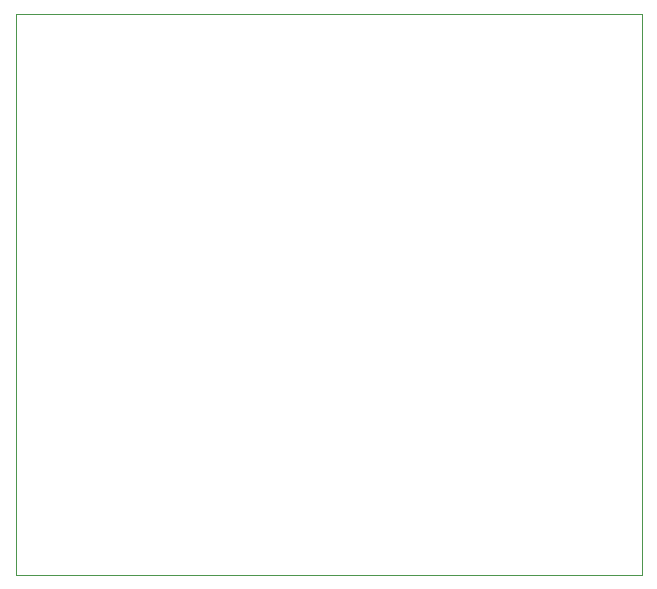
<source format=gbr>
%FSTAX25Y25*%
%MOMM*%
%SFA1B1*%

%IPPOS*%
%ADD46C,0.025400*%
%LNdevboard_profile-1*%
%LPD*%
G54D46*
X0Y0D02*
Y4749998D01*
X5299999*
Y0*
X0*
M02*
</source>
